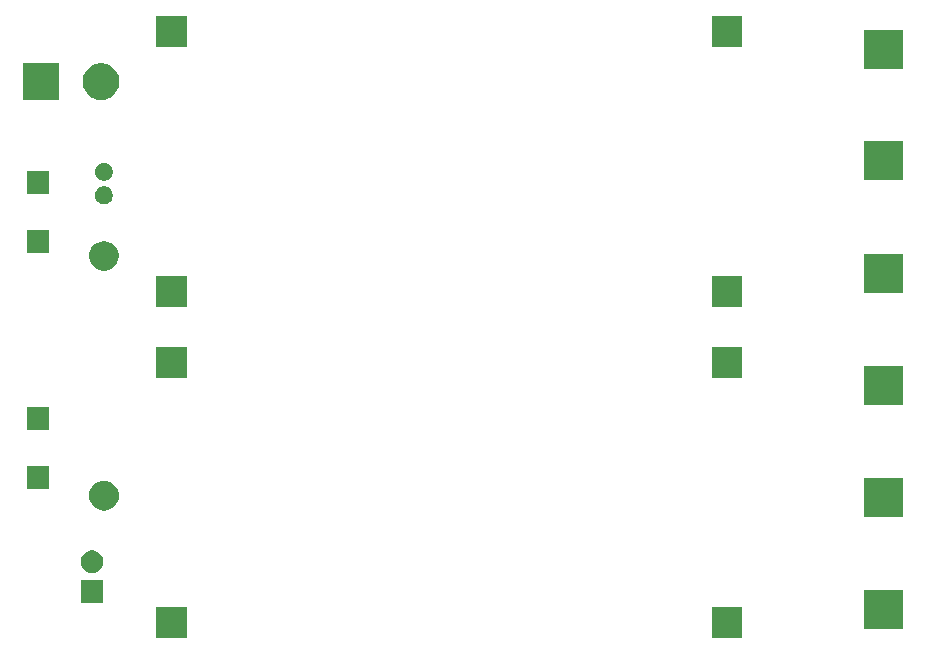
<source format=gbr>
G04 #@! TF.GenerationSoftware,KiCad,Pcbnew,(5.1.2)-2*
G04 #@! TF.CreationDate,2020-04-22T12:52:17+07:00*
G04 #@! TF.ProjectId,power_vedal,706f7765-725f-4766-9564-616c2e6b6963,rev?*
G04 #@! TF.SameCoordinates,Original*
G04 #@! TF.FileFunction,Soldermask,Top*
G04 #@! TF.FilePolarity,Negative*
%FSLAX46Y46*%
G04 Gerber Fmt 4.6, Leading zero omitted, Abs format (unit mm)*
G04 Created by KiCad (PCBNEW (5.1.2)-2) date 2020-04-22 12:52:17*
%MOMM*%
%LPD*%
G04 APERTURE LIST*
%ADD10C,0.100000*%
G04 APERTURE END LIST*
D10*
G36*
X131007001Y-90263001D02*
G01*
X128405001Y-90263001D01*
X128405001Y-87661001D01*
X131007001Y-87661001D01*
X131007001Y-90263001D01*
X131007001Y-90263001D01*
G37*
G36*
X84007001Y-90263001D02*
G01*
X81405001Y-90263001D01*
X81405001Y-87661001D01*
X84007001Y-87661001D01*
X84007001Y-90263001D01*
X84007001Y-90263001D01*
G37*
G36*
X144653000Y-89535000D02*
G01*
X141351000Y-89535000D01*
X141351000Y-86233000D01*
X144653000Y-86233000D01*
X144653000Y-89535000D01*
X144653000Y-89535000D01*
G37*
G36*
X76897000Y-87311000D02*
G01*
X74995000Y-87311000D01*
X74995000Y-85409000D01*
X76897000Y-85409000D01*
X76897000Y-87311000D01*
X76897000Y-87311000D01*
G37*
G36*
X76223395Y-82905546D02*
G01*
X76396466Y-82977234D01*
X76396467Y-82977235D01*
X76552227Y-83081310D01*
X76684690Y-83213773D01*
X76684691Y-83213775D01*
X76788766Y-83369534D01*
X76860454Y-83542605D01*
X76897000Y-83726333D01*
X76897000Y-83913667D01*
X76860454Y-84097395D01*
X76788766Y-84270466D01*
X76788765Y-84270467D01*
X76684690Y-84426227D01*
X76552227Y-84558690D01*
X76473818Y-84611081D01*
X76396466Y-84662766D01*
X76223395Y-84734454D01*
X76039667Y-84771000D01*
X75852333Y-84771000D01*
X75668605Y-84734454D01*
X75495534Y-84662766D01*
X75418182Y-84611081D01*
X75339773Y-84558690D01*
X75207310Y-84426227D01*
X75103235Y-84270467D01*
X75103234Y-84270466D01*
X75031546Y-84097395D01*
X74995000Y-83913667D01*
X74995000Y-83726333D01*
X75031546Y-83542605D01*
X75103234Y-83369534D01*
X75207309Y-83213775D01*
X75207310Y-83213773D01*
X75339773Y-83081310D01*
X75495533Y-82977235D01*
X75495534Y-82977234D01*
X75668605Y-82905546D01*
X75852333Y-82869000D01*
X76039667Y-82869000D01*
X76223395Y-82905546D01*
X76223395Y-82905546D01*
G37*
G36*
X144653000Y-80035000D02*
G01*
X141351000Y-80035000D01*
X141351000Y-76733000D01*
X144653000Y-76733000D01*
X144653000Y-80035000D01*
X144653000Y-80035000D01*
G37*
G36*
X77207239Y-76999101D02*
G01*
X77443053Y-77070634D01*
X77660381Y-77186799D01*
X77850871Y-77343129D01*
X78007201Y-77533619D01*
X78123366Y-77750947D01*
X78194899Y-77986761D01*
X78219053Y-78232000D01*
X78194899Y-78477239D01*
X78123366Y-78713053D01*
X78007201Y-78930381D01*
X77850871Y-79120871D01*
X77660381Y-79277201D01*
X77443053Y-79393366D01*
X77207239Y-79464899D01*
X77023457Y-79483000D01*
X76900543Y-79483000D01*
X76716761Y-79464899D01*
X76480947Y-79393366D01*
X76263619Y-79277201D01*
X76073129Y-79120871D01*
X75916799Y-78930381D01*
X75800634Y-78713053D01*
X75729101Y-78477239D01*
X75704947Y-78232000D01*
X75729101Y-77986761D01*
X75800634Y-77750947D01*
X75916799Y-77533619D01*
X76073129Y-77343129D01*
X76263619Y-77186799D01*
X76480947Y-77070634D01*
X76716761Y-76999101D01*
X76900543Y-76981000D01*
X77023457Y-76981000D01*
X77207239Y-76999101D01*
X77207239Y-76999101D01*
G37*
G36*
X72325000Y-77659000D02*
G01*
X70423000Y-77659000D01*
X70423000Y-75757000D01*
X72325000Y-75757000D01*
X72325000Y-77659000D01*
X72325000Y-77659000D01*
G37*
G36*
X72325000Y-72659000D02*
G01*
X70423000Y-72659000D01*
X70423000Y-70757000D01*
X72325000Y-70757000D01*
X72325000Y-72659000D01*
X72325000Y-72659000D01*
G37*
G36*
X144653000Y-70535000D02*
G01*
X141351000Y-70535000D01*
X141351000Y-67233000D01*
X144653000Y-67233000D01*
X144653000Y-70535000D01*
X144653000Y-70535000D01*
G37*
G36*
X131007001Y-68263001D02*
G01*
X128405001Y-68263001D01*
X128405001Y-65661001D01*
X131007001Y-65661001D01*
X131007001Y-68263001D01*
X131007001Y-68263001D01*
G37*
G36*
X84007001Y-68263001D02*
G01*
X81405001Y-68263001D01*
X81405001Y-65661001D01*
X84007001Y-65661001D01*
X84007001Y-68263001D01*
X84007001Y-68263001D01*
G37*
G36*
X131007001Y-62223001D02*
G01*
X128405001Y-62223001D01*
X128405001Y-59621001D01*
X131007001Y-59621001D01*
X131007001Y-62223001D01*
X131007001Y-62223001D01*
G37*
G36*
X84007001Y-62223001D02*
G01*
X81405001Y-62223001D01*
X81405001Y-59621001D01*
X84007001Y-59621001D01*
X84007001Y-62223001D01*
X84007001Y-62223001D01*
G37*
G36*
X144653000Y-61035000D02*
G01*
X141351000Y-61035000D01*
X141351000Y-57733000D01*
X144653000Y-57733000D01*
X144653000Y-61035000D01*
X144653000Y-61035000D01*
G37*
G36*
X77326903Y-56709075D02*
G01*
X77554571Y-56803378D01*
X77759466Y-56940285D01*
X77933715Y-57114534D01*
X78070622Y-57319429D01*
X78164925Y-57547097D01*
X78213000Y-57788787D01*
X78213000Y-58035213D01*
X78164925Y-58276903D01*
X78070622Y-58504571D01*
X77933715Y-58709466D01*
X77759466Y-58883715D01*
X77554571Y-59020622D01*
X77554570Y-59020623D01*
X77554569Y-59020623D01*
X77326903Y-59114925D01*
X77085214Y-59163000D01*
X76838786Y-59163000D01*
X76597097Y-59114925D01*
X76369431Y-59020623D01*
X76369430Y-59020623D01*
X76369429Y-59020622D01*
X76164534Y-58883715D01*
X75990285Y-58709466D01*
X75853378Y-58504571D01*
X75759075Y-58276903D01*
X75711000Y-58035213D01*
X75711000Y-57788787D01*
X75759075Y-57547097D01*
X75853378Y-57319429D01*
X75990285Y-57114534D01*
X76164534Y-56940285D01*
X76369429Y-56803378D01*
X76597097Y-56709075D01*
X76838786Y-56661000D01*
X77085214Y-56661000D01*
X77326903Y-56709075D01*
X77326903Y-56709075D01*
G37*
G36*
X72325000Y-57659000D02*
G01*
X70423000Y-57659000D01*
X70423000Y-55757000D01*
X72325000Y-55757000D01*
X72325000Y-57659000D01*
X72325000Y-57659000D01*
G37*
G36*
X77181059Y-52077860D02*
G01*
X77317732Y-52134472D01*
X77440735Y-52216660D01*
X77545340Y-52321265D01*
X77627528Y-52444268D01*
X77684140Y-52580941D01*
X77713000Y-52726033D01*
X77713000Y-52873967D01*
X77684140Y-53019059D01*
X77627528Y-53155732D01*
X77545340Y-53278735D01*
X77440735Y-53383340D01*
X77317732Y-53465528D01*
X77317731Y-53465529D01*
X77317730Y-53465529D01*
X77181059Y-53522140D01*
X77035968Y-53551000D01*
X76888032Y-53551000D01*
X76742941Y-53522140D01*
X76606270Y-53465529D01*
X76606269Y-53465529D01*
X76606268Y-53465528D01*
X76483265Y-53383340D01*
X76378660Y-53278735D01*
X76296472Y-53155732D01*
X76239860Y-53019059D01*
X76211000Y-52873967D01*
X76211000Y-52726033D01*
X76239860Y-52580941D01*
X76296472Y-52444268D01*
X76378660Y-52321265D01*
X76483265Y-52216660D01*
X76606268Y-52134472D01*
X76742941Y-52077860D01*
X76888032Y-52049000D01*
X77035968Y-52049000D01*
X77181059Y-52077860D01*
X77181059Y-52077860D01*
G37*
G36*
X72325000Y-52659000D02*
G01*
X70423000Y-52659000D01*
X70423000Y-50757000D01*
X72325000Y-50757000D01*
X72325000Y-52659000D01*
X72325000Y-52659000D01*
G37*
G36*
X77181059Y-50077860D02*
G01*
X77317732Y-50134472D01*
X77440735Y-50216660D01*
X77545340Y-50321265D01*
X77627528Y-50444268D01*
X77684140Y-50580941D01*
X77713000Y-50726033D01*
X77713000Y-50873967D01*
X77684140Y-51019059D01*
X77627528Y-51155732D01*
X77545340Y-51278735D01*
X77440735Y-51383340D01*
X77317732Y-51465528D01*
X77317731Y-51465529D01*
X77317730Y-51465529D01*
X77181059Y-51522140D01*
X77035968Y-51551000D01*
X76888032Y-51551000D01*
X76742941Y-51522140D01*
X76606270Y-51465529D01*
X76606269Y-51465529D01*
X76606268Y-51465528D01*
X76483265Y-51383340D01*
X76378660Y-51278735D01*
X76296472Y-51155732D01*
X76239860Y-51019059D01*
X76211000Y-50873967D01*
X76211000Y-50726033D01*
X76239860Y-50580941D01*
X76296472Y-50444268D01*
X76378660Y-50321265D01*
X76483265Y-50216660D01*
X76606268Y-50134472D01*
X76742941Y-50077860D01*
X76888032Y-50049000D01*
X77035968Y-50049000D01*
X77181059Y-50077860D01*
X77181059Y-50077860D01*
G37*
G36*
X144653000Y-51535000D02*
G01*
X141351000Y-51535000D01*
X141351000Y-48233000D01*
X144653000Y-48233000D01*
X144653000Y-51535000D01*
X144653000Y-51535000D01*
G37*
G36*
X77010585Y-41658802D02*
G01*
X77160410Y-41688604D01*
X77442674Y-41805521D01*
X77696705Y-41975259D01*
X77912741Y-42191295D01*
X78082479Y-42445326D01*
X78199396Y-42727590D01*
X78259000Y-43027240D01*
X78259000Y-43332760D01*
X78199396Y-43632410D01*
X78082479Y-43914674D01*
X77912741Y-44168705D01*
X77696705Y-44384741D01*
X77442674Y-44554479D01*
X77160410Y-44671396D01*
X77010585Y-44701198D01*
X76860761Y-44731000D01*
X76555239Y-44731000D01*
X76405415Y-44701198D01*
X76255590Y-44671396D01*
X75973326Y-44554479D01*
X75719295Y-44384741D01*
X75503259Y-44168705D01*
X75333521Y-43914674D01*
X75216604Y-43632410D01*
X75157000Y-43332760D01*
X75157000Y-43027240D01*
X75216604Y-42727590D01*
X75333521Y-42445326D01*
X75503259Y-42191295D01*
X75719295Y-41975259D01*
X75973326Y-41805521D01*
X76255590Y-41688604D01*
X76405415Y-41658802D01*
X76555239Y-41629000D01*
X76860761Y-41629000D01*
X77010585Y-41658802D01*
X77010585Y-41658802D01*
G37*
G36*
X73179000Y-44731000D02*
G01*
X70077000Y-44731000D01*
X70077000Y-41629000D01*
X73179000Y-41629000D01*
X73179000Y-44731000D01*
X73179000Y-44731000D01*
G37*
G36*
X144653000Y-42135000D02*
G01*
X141351000Y-42135000D01*
X141351000Y-38833000D01*
X144653000Y-38833000D01*
X144653000Y-42135000D01*
X144653000Y-42135000D01*
G37*
G36*
X131007001Y-40223001D02*
G01*
X128405001Y-40223001D01*
X128405001Y-37621001D01*
X131007001Y-37621001D01*
X131007001Y-40223001D01*
X131007001Y-40223001D01*
G37*
G36*
X84007001Y-40223001D02*
G01*
X81405001Y-40223001D01*
X81405001Y-37621001D01*
X84007001Y-37621001D01*
X84007001Y-40223001D01*
X84007001Y-40223001D01*
G37*
M02*

</source>
